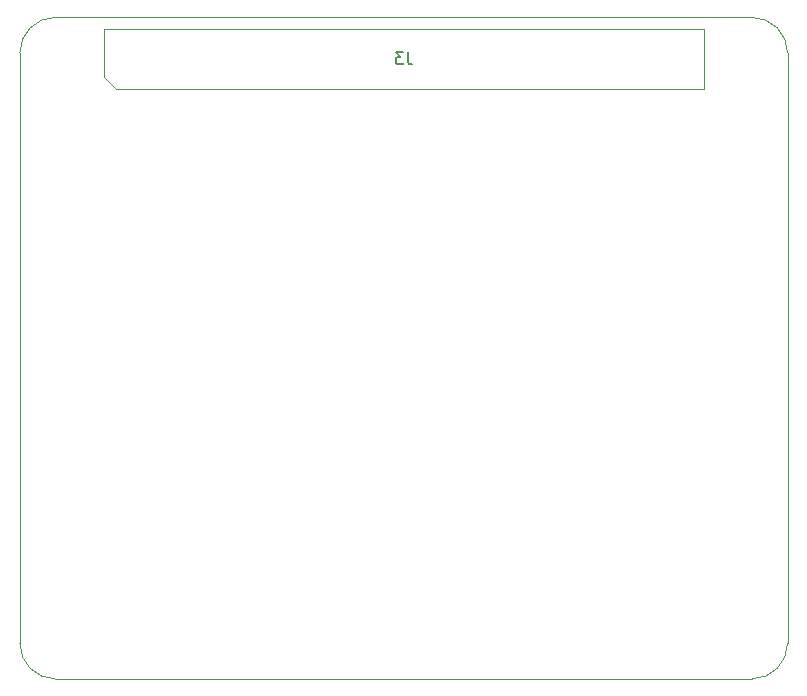
<source format=gbr>
G04 #@! TF.GenerationSoftware,KiCad,Pcbnew,(5.0.1)-3*
G04 #@! TF.CreationDate,2018-11-18T15:33:46-05:00*
G04 #@! TF.ProjectId,reef-piHat,726565662D70694861742E6B69636164,rev?*
G04 #@! TF.SameCoordinates,Original*
G04 #@! TF.FileFunction,Other,Fab,Bot*
%FSLAX46Y46*%
G04 Gerber Fmt 4.6, Leading zero omitted, Abs format (unit mm)*
G04 Created by KiCad (PCBNEW (5.0.1)-3) date 11/18/2018 3:33:46 PM*
%MOMM*%
%LPD*%
G01*
G04 APERTURE LIST*
%ADD10C,0.100000*%
%ADD11C,0.150000*%
G04 APERTURE END LIST*
D10*
X78546356Y-63817611D02*
X78546356Y-113817611D01*
X78546356Y-63817611D02*
G75*
G02X81546356Y-60817611I3000000J0D01*
G01*
X140546356Y-60817611D02*
X81546356Y-60817611D01*
X140546356Y-60817611D02*
G75*
G02X143546356Y-63817611I0J-3000000D01*
G01*
X143546356Y-113817611D02*
X143546356Y-63817611D01*
X81546356Y-116817611D02*
G75*
G02X78546356Y-113817611I0J3000000D01*
G01*
X81546356Y-116817611D02*
X140546356Y-116817611D01*
X143546351Y-113822847D02*
G75*
G02X140546356Y-116817611I-2999995J5236D01*
G01*
G04 #@! TO.C,J3*
X85650000Y-61780000D02*
X85650000Y-65860000D01*
X85650000Y-65860000D02*
X86650000Y-66860000D01*
X86650000Y-66860000D02*
X136450000Y-66860000D01*
X136450000Y-66860000D02*
X136450000Y-61780000D01*
X136450000Y-61780000D02*
X85650000Y-61780000D01*
G04 #@! TD*
G04 #@! TO.C,J3*
D11*
X111383333Y-63772380D02*
X111383333Y-64486666D01*
X111430952Y-64629523D01*
X111526190Y-64724761D01*
X111669047Y-64772380D01*
X111764285Y-64772380D01*
X111002380Y-63772380D02*
X110383333Y-63772380D01*
X110716666Y-64153333D01*
X110573809Y-64153333D01*
X110478571Y-64200952D01*
X110430952Y-64248571D01*
X110383333Y-64343809D01*
X110383333Y-64581904D01*
X110430952Y-64677142D01*
X110478571Y-64724761D01*
X110573809Y-64772380D01*
X110859523Y-64772380D01*
X110954761Y-64724761D01*
X111002380Y-64677142D01*
G04 #@! TD*
M02*

</source>
